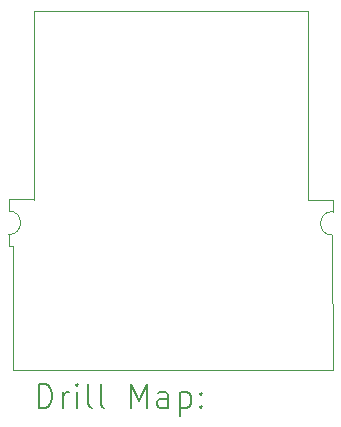
<source format=gbr>
%TF.GenerationSoftware,KiCad,Pcbnew,7.0.10*%
%TF.CreationDate,2024-04-17T19:02:49+01:00*%
%TF.ProjectId,ds_led_cart,64735f6c-6564-45f6-9361-72742e6b6963,rev?*%
%TF.SameCoordinates,Original*%
%TF.FileFunction,Drillmap*%
%TF.FilePolarity,Positive*%
%FSLAX45Y45*%
G04 Gerber Fmt 4.5, Leading zero omitted, Abs format (unit mm)*
G04 Created by KiCad (PCBNEW 7.0.10) date 2024-04-17 19:02:49*
%MOMM*%
%LPD*%
G01*
G04 APERTURE LIST*
%ADD10C,0.100000*%
%ADD11C,0.200000*%
G04 APERTURE END LIST*
D10*
X17152500Y-7995000D02*
X17152500Y-7895000D01*
X17192500Y-7995000D02*
X17155000Y-7995000D01*
X17355000Y-7595000D02*
X17152500Y-7595000D01*
X17370000Y-7600000D02*
X17370000Y-6000000D01*
X17152500Y-7695000D02*
X17152500Y-7595000D01*
X19892500Y-7600000D02*
X19690000Y-7600000D01*
X19690000Y-7600000D02*
X19690000Y-6000000D01*
X17152500Y-7895000D02*
G75*
G03*
X17152500Y-7695000I0J100000D01*
G01*
X17192500Y-7995000D02*
X17192500Y-9045000D01*
X17370000Y-6000000D02*
X19690000Y-6000000D01*
X19895000Y-9045000D02*
X19892500Y-7900000D01*
X19895000Y-7700000D02*
X19895000Y-7600000D01*
X19895000Y-9045000D02*
X17192500Y-9045000D01*
X19892500Y-7700000D02*
G75*
G03*
X19892500Y-7900000I0J-100000D01*
G01*
D11*
X17408277Y-9361484D02*
X17408277Y-9161484D01*
X17408277Y-9161484D02*
X17455896Y-9161484D01*
X17455896Y-9161484D02*
X17484467Y-9171008D01*
X17484467Y-9171008D02*
X17503515Y-9190055D01*
X17503515Y-9190055D02*
X17513039Y-9209103D01*
X17513039Y-9209103D02*
X17522563Y-9247198D01*
X17522563Y-9247198D02*
X17522563Y-9275770D01*
X17522563Y-9275770D02*
X17513039Y-9313865D01*
X17513039Y-9313865D02*
X17503515Y-9332912D01*
X17503515Y-9332912D02*
X17484467Y-9351960D01*
X17484467Y-9351960D02*
X17455896Y-9361484D01*
X17455896Y-9361484D02*
X17408277Y-9361484D01*
X17608277Y-9361484D02*
X17608277Y-9228150D01*
X17608277Y-9266246D02*
X17617801Y-9247198D01*
X17617801Y-9247198D02*
X17627324Y-9237674D01*
X17627324Y-9237674D02*
X17646372Y-9228150D01*
X17646372Y-9228150D02*
X17665420Y-9228150D01*
X17732086Y-9361484D02*
X17732086Y-9228150D01*
X17732086Y-9161484D02*
X17722563Y-9171008D01*
X17722563Y-9171008D02*
X17732086Y-9180531D01*
X17732086Y-9180531D02*
X17741610Y-9171008D01*
X17741610Y-9171008D02*
X17732086Y-9161484D01*
X17732086Y-9161484D02*
X17732086Y-9180531D01*
X17855896Y-9361484D02*
X17836848Y-9351960D01*
X17836848Y-9351960D02*
X17827324Y-9332912D01*
X17827324Y-9332912D02*
X17827324Y-9161484D01*
X17960658Y-9361484D02*
X17941610Y-9351960D01*
X17941610Y-9351960D02*
X17932086Y-9332912D01*
X17932086Y-9332912D02*
X17932086Y-9161484D01*
X18189229Y-9361484D02*
X18189229Y-9161484D01*
X18189229Y-9161484D02*
X18255896Y-9304341D01*
X18255896Y-9304341D02*
X18322563Y-9161484D01*
X18322563Y-9161484D02*
X18322563Y-9361484D01*
X18503515Y-9361484D02*
X18503515Y-9256722D01*
X18503515Y-9256722D02*
X18493991Y-9237674D01*
X18493991Y-9237674D02*
X18474944Y-9228150D01*
X18474944Y-9228150D02*
X18436848Y-9228150D01*
X18436848Y-9228150D02*
X18417801Y-9237674D01*
X18503515Y-9351960D02*
X18484467Y-9361484D01*
X18484467Y-9361484D02*
X18436848Y-9361484D01*
X18436848Y-9361484D02*
X18417801Y-9351960D01*
X18417801Y-9351960D02*
X18408277Y-9332912D01*
X18408277Y-9332912D02*
X18408277Y-9313865D01*
X18408277Y-9313865D02*
X18417801Y-9294817D01*
X18417801Y-9294817D02*
X18436848Y-9285293D01*
X18436848Y-9285293D02*
X18484467Y-9285293D01*
X18484467Y-9285293D02*
X18503515Y-9275770D01*
X18598753Y-9228150D02*
X18598753Y-9428150D01*
X18598753Y-9237674D02*
X18617801Y-9228150D01*
X18617801Y-9228150D02*
X18655896Y-9228150D01*
X18655896Y-9228150D02*
X18674944Y-9237674D01*
X18674944Y-9237674D02*
X18684467Y-9247198D01*
X18684467Y-9247198D02*
X18693991Y-9266246D01*
X18693991Y-9266246D02*
X18693991Y-9323389D01*
X18693991Y-9323389D02*
X18684467Y-9342436D01*
X18684467Y-9342436D02*
X18674944Y-9351960D01*
X18674944Y-9351960D02*
X18655896Y-9361484D01*
X18655896Y-9361484D02*
X18617801Y-9361484D01*
X18617801Y-9361484D02*
X18598753Y-9351960D01*
X18779705Y-9342436D02*
X18789229Y-9351960D01*
X18789229Y-9351960D02*
X18779705Y-9361484D01*
X18779705Y-9361484D02*
X18770182Y-9351960D01*
X18770182Y-9351960D02*
X18779705Y-9342436D01*
X18779705Y-9342436D02*
X18779705Y-9361484D01*
X18779705Y-9237674D02*
X18789229Y-9247198D01*
X18789229Y-9247198D02*
X18779705Y-9256722D01*
X18779705Y-9256722D02*
X18770182Y-9247198D01*
X18770182Y-9247198D02*
X18779705Y-9237674D01*
X18779705Y-9237674D02*
X18779705Y-9256722D01*
M02*

</source>
